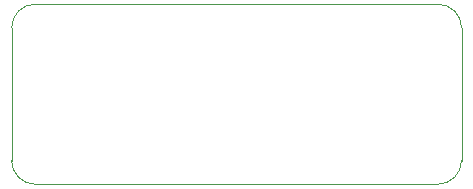
<source format=gbr>
%TF.GenerationSoftware,KiCad,Pcbnew,8.0.3*%
%TF.CreationDate,2024-07-05T12:35:55-05:00*%
%TF.ProjectId,Bald Probe Test Fixture rev1,42616c64-2050-4726-9f62-652054657374,1*%
%TF.SameCoordinates,Original*%
%TF.FileFunction,Profile,NP*%
%FSLAX46Y46*%
G04 Gerber Fmt 4.6, Leading zero omitted, Abs format (unit mm)*
G04 Created by KiCad (PCBNEW 8.0.3) date 2024-07-05 12:35:55*
%MOMM*%
%LPD*%
G01*
G04 APERTURE LIST*
%TA.AperFunction,Profile*%
%ADD10C,0.050000*%
%TD*%
G04 APERTURE END LIST*
D10*
X145320000Y-101600000D02*
X111220000Y-101600000D01*
X109220000Y-88360000D02*
G75*
G02*
X111220000Y-86360000I2000000J0D01*
G01*
X111220000Y-101600000D02*
G75*
G02*
X109220000Y-99600000I0J2000000D01*
G01*
X109220000Y-99600000D02*
X109220000Y-88360000D01*
X147320000Y-88360000D02*
X147320000Y-99600000D01*
X111220000Y-86360000D02*
X145320000Y-86360000D01*
X147320000Y-99600000D02*
G75*
G02*
X145320000Y-101600000I-2000000J0D01*
G01*
X145320000Y-86360000D02*
G75*
G02*
X147320000Y-88360000I0J-2000000D01*
G01*
M02*

</source>
